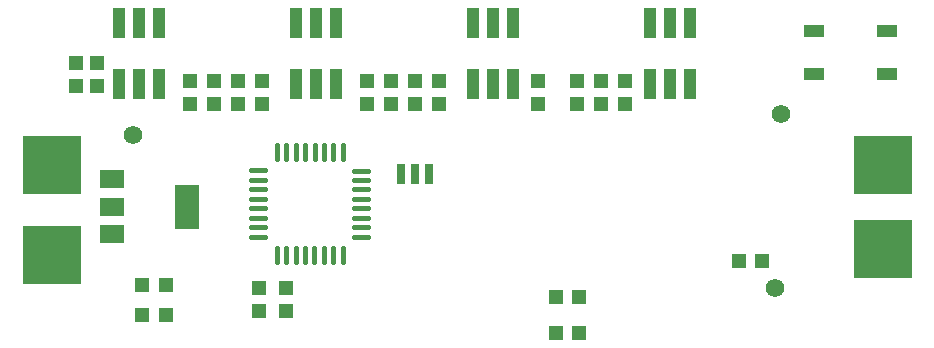
<source format=gtp>
G04 ---------------------------- Layer name :TOP PASTER LAYER*
G04 EasyEDA v5.5.11, Mon, 04 Jun 2018 22:37:14 GMT*
G04 a06480a3d07c492ca7fe7dcdfe2faa1f*
G04 Gerber Generator version 0.2*
G04 Scale: 100 percent, Rotated: No, Reflected: No *
G04 Dimensions in millimeters *
G04 leading zeros omitted , absolute positions ,3 integer and 3 decimal *
%FSLAX33Y33*%
%MOMM*%
G90*
G71D02*

%ADD13C,0.450012*%
%ADD15C,1.575054*%
%ADD16R,1.999996X3.799992*%
%ADD17R,1.999996X1.499997*%
%ADD18R,0.701040X1.699260*%
%ADD19R,1.799996X1.099998*%
%ADD20R,1.099998X2.499995*%
%ADD21R,1.206500X1.206500*%
%ADD22R,4.999990X4.999990*%
%ADD23R,1.206500X1.206998*%
%ADD24C,1.574800*%

%LPD*%
G54D13*
G01X28194Y9763D02*
G01X28194Y10962D01*
G01X27393Y9763D02*
G01X27393Y10962D01*
G01X26593Y9763D02*
G01X26593Y10962D01*
G01X25793Y9763D02*
G01X25793Y10962D01*
G01X24996Y9763D02*
G01X24996Y10962D01*
G01X24196Y9763D02*
G01X24196Y10962D01*
G01X23395Y9763D02*
G01X23395Y10962D01*
G01X22595Y9763D02*
G01X22595Y10962D01*
G01X21630Y11938D02*
G01X20431Y11938D01*
G01X21630Y12738D02*
G01X20431Y12738D01*
G01X21630Y13538D02*
G01X20431Y13538D01*
G01X21630Y14338D02*
G01X20431Y14338D01*
G01X21630Y15135D02*
G01X20431Y15135D01*
G01X21630Y15935D02*
G01X20431Y15935D01*
G01X21630Y16736D02*
G01X20431Y16736D01*
G01X21630Y17536D02*
G01X20431Y17536D01*
G01X22606Y18526D02*
G01X22606Y19725D01*
G01X23406Y18526D02*
G01X23406Y19725D01*
G01X24206Y18526D02*
G01X24206Y19725D01*
G01X25006Y18526D02*
G01X25006Y19725D01*
G01X25803Y18526D02*
G01X25803Y19725D01*
G01X26603Y18526D02*
G01X26603Y19725D01*
G01X27404Y18526D02*
G01X27404Y19725D01*
G01X28204Y18526D02*
G01X28204Y19725D01*
G01X30368Y17526D02*
G01X29169Y17526D01*
G01X30368Y16725D02*
G01X29169Y16725D01*
G01X30368Y15925D02*
G01X29169Y15925D01*
G01X30368Y15125D02*
G01X29169Y15125D01*
G01X30368Y14328D02*
G01X29169Y14328D01*
G01X30368Y13528D02*
G01X29169Y13528D01*
G01X30368Y12727D02*
G01X29169Y12727D01*
G01X30368Y11927D02*
G01X29169Y11927D01*
G54D15*
G01X64770Y7620D03*
G01X65278Y22352D03*
G54D16*
G01X14986Y14478D03*
G54D17*
G01X8685Y14478D03*
G01X8685Y12178D03*
G01X8685Y16777D03*
G54D18*
G01X33096Y17270D03*
G01X34290Y17270D03*
G01X35483Y17270D03*
G54D19*
G01X68070Y29371D03*
G01X68070Y25670D03*
G01X74270Y29371D03*
G01X74270Y25670D03*
G54D20*
G01X57580Y30031D03*
G01X55878Y30031D03*
G01X54179Y30031D03*
G01X57580Y24831D03*
G01X55880Y24831D03*
G01X54179Y24831D03*
G01X42593Y30031D03*
G01X40894Y30031D03*
G01X39194Y30031D03*
G01X42593Y24831D03*
G01X40894Y24831D03*
G01X39194Y24831D03*
G01X27608Y30031D03*
G01X25906Y30031D03*
G01X24207Y30031D03*
G01X27608Y24831D03*
G01X25908Y24831D03*
G01X24207Y24831D03*
G01X12621Y30031D03*
G01X10922Y30031D03*
G01X9222Y30031D03*
G01X12621Y24831D03*
G01X10922Y24831D03*
G01X9222Y24831D03*
G54D21*
G01X61723Y9904D03*
G01X63704Y9904D03*
G01X13209Y7872D03*
G01X11228Y7872D03*
G01X13209Y5332D03*
G01X11228Y5332D03*
G54D22*
G01X3556Y10414D03*
G01X3556Y18034D03*
G01X73914Y18034D03*
G01X73914Y10922D03*
G54D23*
G01X15241Y25147D03*
G54D21*
G01X15241Y23166D03*
G54D23*
G01X17273Y25147D03*
G54D21*
G01X17273Y23166D03*
G54D23*
G01X19305Y25147D03*
G54D21*
G01X19305Y23166D03*
G54D23*
G01X21337Y25147D03*
G54D21*
G01X21337Y23166D03*
G01X46226Y3811D03*
G01X48207Y3811D03*
G01X46229Y6856D03*
G01X48210Y6856D03*
G54D23*
G01X30227Y25147D03*
G54D21*
G01X30227Y23166D03*
G54D23*
G01X32259Y25147D03*
G54D21*
G01X32259Y23166D03*
G54D23*
G01X34291Y25147D03*
G54D21*
G01X34291Y23166D03*
G54D23*
G01X36323Y25147D03*
G54D21*
G01X36323Y23166D03*
G54D23*
G01X44705Y25147D03*
G54D21*
G01X44705Y23166D03*
G54D23*
G01X48007Y25147D03*
G54D21*
G01X48007Y23166D03*
G54D23*
G01X50039Y25147D03*
G54D21*
G01X50039Y23166D03*
G54D23*
G01X52071Y25147D03*
G54D21*
G01X52071Y23166D03*
G54D23*
G01X5589Y26671D03*
G54D21*
G01X5589Y24690D03*
G54D23*
G01X7367Y26668D03*
G54D21*
G01X7367Y24687D03*
G01X23371Y7618D03*
G01X23371Y5637D03*
G01X21083Y7618D03*
G01X21083Y5637D03*
G54D24*
G01X10414Y20574D03*
M00*
M02*

</source>
